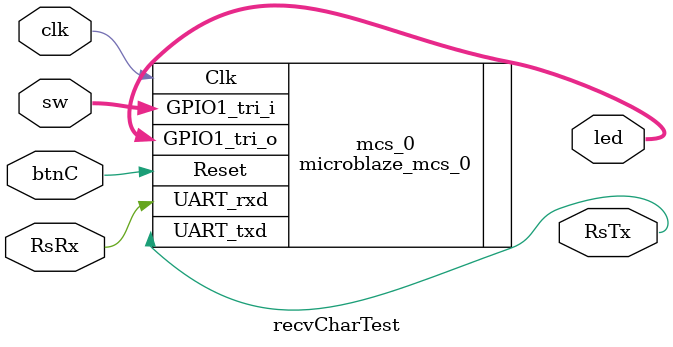
<source format=sv>
`timescale 1ns / 1ps


module recvCharTest(
    input clk,
    input btnC,
    input RsRx,
    output RsTx,
    input [7:0] sw,
    output [7:0] led
    );
    
    microblaze_mcs_0 mcs_0 (
    .Clk(clk),                  // input wire Clk
    .Reset(btnC),              // input wire Reset
    .UART_rxd(RsRx),        // input wire UART_rxd
    .UART_txd(RsTx),        // output wire UART_txd
    .GPIO1_tri_i(sw),  // input wire [7 : 0] GPIO1_tri_i
    .GPIO1_tri_o(led)  // output wire [7 : 0] GPIO1_tri_o
    );
    
endmodule

</source>
